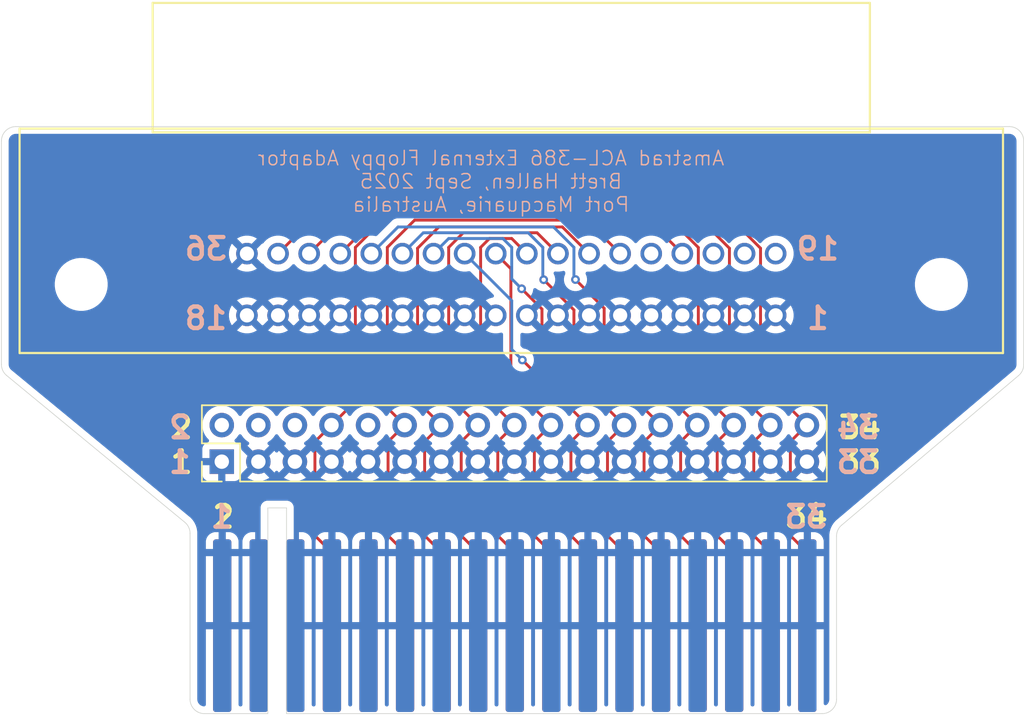
<source format=kicad_pcb>
(kicad_pcb (version 20241229) (generator "pcbnew") (generator_version "9.0")
  (layers (0 "F.Cu" signal) (2 "B.Cu" signal) (13 "F.Paste" user) (15 "B.Paste" user) (5 "F.SilkS" user "F.Silkscreen") (7 "B.SilkS" user "B.Silkscreen") (1 "F.Mask" user) (3 "B.Mask" user) (25 "Edge.Cuts" user))
  (net 0 "")
  (net 1 "GND")
  (net 2 "~{WGATE}")
  (net 3 "~{DR1}")
  (net 4 "~{RDATA}")
  (net 5 "DIR")
  (net 6 "~{WDATA}")
  (net 8 "~{WRTPRT}")
  (net 9 "~{TRK0}")
  (net 10 "~{MTR1}")
  (net 11 "HDSEL")
  (net 12 "~{STEP}")
  (net 13 "~{DR0}")
  (net 14 "~{INDEX}")
  (net 15 "DSKCHG{slash}RG")
  (footprint "Clueless_Engineer:112-036-113R001_Centronics_36way" (layer "F.Cu") (at 133.411235 87.268335)
    (property "Reference" "J1" (hide yes))
    (property "Value" "External Floppy" (hide yes))
    (fp_line (start -34.1503 -0.127) (end -34.1503 15.4686) (stroke (width 0.1524)) (layer "F.SilkS"))
    (fp_line (start -34.1503 15.4686) (end 34.1503 15.4686) (stroke (width 0.1524)) (layer "F.SilkS"))
    (fp_line (start -24.9047 -8.8646) (end -24.9047 0.127) (stroke (width 0.1524)) (layer "F.SilkS"))
    (fp_line (start -24.9047 0.127) (end 24.9047 0.127) (stroke (width 0.1524)) (layer "F.SilkS"))
    (fp_line (start 24.9047 -8.8646) (end -24.9047 -8.8646) (stroke (width 0.1524)) (layer "F.SilkS"))
    (fp_line (start 24.9047 0.127) (end 24.9047 -8.8646) (stroke (width 0.1524)) (layer "F.SilkS"))
    (fp_line (start 34.1503 -0.127) (end -34.1503 -0.127) (stroke (width 0.1524)) (layer "F.SilkS"))
    (fp_line (start 34.1503 15.4686) (end 34.1503 -0.127) (stroke (width 0.1524)) (layer "F.SilkS"))
    (pad "" np_thru_hole circle (at -29.870006 10.700001) (size 3.175 3.175) (drill 3.175) (layers "*.Cu" "*.Mask"))
    (pad "" np_thru_hole circle (at 29.870006 10.700001) (size 3.175 3.175) (drill 3.175) (layers "*.Cu" "*.Mask"))
    (pad "1" thru_hole circle (at 18.359999 12.85) (size 1.4986 1.4986) (drill 0.9906) (layers "*.Cu" "*.Mask") (net 1 "GND"))
    (pad "2" thru_hole circle (at 16.199998 12.85) (size 1.4986 1.4986) (drill 0.9906) (layers "*.Cu" "*.Mask") (net 1 "GND"))
    (pad "3" thru_hole circle (at 14.04 12.85) (size 1.4986 1.4986) (drill 0.9906) (layers "*.Cu" "*.Mask") (net 1 "GND"))
    (pad "4" thru_hole circle (at 11.879999 12.85) (size 1.4986 1.4986) (drill 0.9906) (layers "*.Cu" "*.Mask") (net 1 "GND"))
    (pad "5" thru_hole circle (at 9.719998 12.85) (size 1.4986 1.4986) (drill 0.9906) (layers "*.Cu" "*.Mask") (net 1 "GND"))
    (pad "6" thru_hole circle (at 7.56 12.85) (size 1.4986 1.4986) (drill 0.9906) (layers "*.Cu" "*.Mask") (net 1 "GND"))
    (pad "7" thru_hole circle (at 5.399999 12.85) (size 1.4986 1.4986) (drill 0.9906) (layers "*.Cu" "*.Mask") (net 1 "GND"))
    (pad "8" thru_hole circle (at 3.239999 12.85) (size 1.4986 1.4986) (drill 0.9906) (layers "*.Cu" "*.Mask") (net 1 "GND"))
    (pad "9" thru_hole circle (at 1.08 12.85) (size 1.4986 1.4986) (drill 0.9906) (layers "*.Cu" "*.Mask") (net 1 "GND"))
    (pad "10" thru_hole circle (at -1.08 12.85) (size 1.4986 1.4986) (drill 0.9906) (layers "*.Cu" "*.Mask") (net 1 "GND"))
    (pad "11" thru_hole circle (at -3.240001 12.85) (size 1.4986 1.4986) (drill 0.9906) (layers "*.Cu" "*.Mask") (net 1 "GND"))
    (pad "12" thru_hole circle (at -5.399999 12.85) (size 1.4986 1.4986) (drill 0.9906) (layers "*.Cu" "*.Mask") (net 1 "GND"))
    (pad "13" thru_hole circle (at -7.56 12.85) (size 1.4986 1.4986) (drill 0.9906) (layers "*.Cu" "*.Mask") (net 1 "GND"))
    (pad "14" thru_hole circle (at -9.720001 12.85) (size 1.4986 1.4986) (drill 0.9906) (layers "*.Cu" "*.Mask") (net 1 "GND"))
    (pad "15" thru_hole circle (at -11.880002 12.85) (size 1.4986 1.4986) (drill 0.9906) (layers "*.Cu" "*.Mask") (net 1 "GND"))
    (pad "16" thru_hole circle (at -14.04 12.85) (size 1.4986 1.4986) (drill 0.9906) (layers "*.Cu" "*.Mask") (net 1 "GND"))
    (pad "17" thru_hole circle (at -16.200001 12.85) (size 1.4986 1.4986) (drill 0.9906) (layers "*.Cu" "*.Mask") (net 1 "GND"))
    (pad "18" thru_hole circle (at -18.360001 12.85) (size 1.4986 1.4986) (drill 0.9906) (layers "*.Cu" "*.Mask") (net 1 "GND"))
    (pad "19" thru_hole circle (at 18.359999 8.560001) (size 1.4986 1.4986) (drill 0.9906) (layers "*.Cu" "*.Mask"))
    (pad "20" thru_hole circle (at 16.199998 8.560001) (size 1.4986 1.4986) (drill 0.9906) (layers "*.Cu" "*.Mask"))
    (pad "21" thru_hole circle (at 14.04 8.560001) (size 1.4986 1.4986) (drill 0.9906) (layers "*.Cu" "*.Mask"))
    (pad "22" thru_hole circle (at 11.879999 8.560001) (size 1.4986 1.4986) (drill 0.9906) (layers "*.Cu" "*.Mask") (net 14 "~{INDEX}"))
    (pad "23" thru_hole circle (at 9.719998 8.560001) (size 1.4986 1.4986) (drill 0.9906) (layers "*.Cu" "*.Mask"))
    (pad "24" thru_hole circle (at 7.56 8.560001) (size 1.4986 1.4986) (drill 0.9906) (layers "*.Cu" "*.Mask") (net 3 "~{DR1}"))
    (pad "25" thru_hole circle (at 5.399999 8.560001) (size 1.4986 1.4986) (drill 0.9906) (layers "*.Cu" "*.Mask") (net 13 "~{DR0}"))
    (pad "26" thru_hole circle (at 3.239999 8.560001) (size 1.4986 1.4986) (drill 0.9906) (layers "*.Cu" "*.Mask") (net 10 "~{MTR1}"))
    (pad "27" thru_hole circle (at 1.08 8.560001) (size 1.4986 1.4986) (drill 0.9906) (layers "*.Cu" "*.Mask") (net 5 "DIR"))
    (pad "28" thru_hole circle (at -1.08 8.560001) (size 1.4986 1.4986) (drill 0.9906) (layers "*.Cu" "*.Mask") (net 12 "~{STEP}"))
    (pad "29" thru_hole circle (at -3.240001 8.560001) (size 1.4986 1.4986) (drill 0.9906) (layers "*.Cu" "*.Mask") (net 6 "~{WDATA}"))
    (pad "30" thru_hole circle (at -5.399999 8.560001) (size 1.4986 1.4986) (drill 0.9906) (layers "*.Cu" "*.Mask") (net 2 "~{WGATE}"))
    (pad "31" thru_hole circle (at -7.56 8.560001) (size 1.4986 1.4986) (drill 0.9906) (layers "*.Cu" "*.Mask") (net 9 "~{TRK0}"))
    (pad "32" thru_hole circle (at -9.720001 8.560001) (size 1.4986 1.4986) (drill 0.9906) (layers "*.Cu" "*.Mask") (net 8 "~{WRTPRT}"))
    (pad "33" thru_hole circle (at -11.880002 8.560001) (size 1.4986 1.4986) (drill 0.9906) (layers "*.Cu" "*.Mask") (net 4 "~{RDATA}"))
    (pad "34" thru_hole circle (at -14.04 8.560001) (size 1.4986 1.4986) (drill 0.9906) (layers "*.Cu" "*.Mask") (net 11 "HDSEL"))
    (pad "35" thru_hole circle (at -16.200001 8.560001) (size 1.4986 1.4986) (drill 0.9906) (layers "*.Cu" "*.Mask") (net 15 "DSKCHG{slash}RG"))
    (pad "36" thru_hole circle (at -18.360001 8.560001) (size 1.4986 1.4986) (drill 0.9906) (layers "*.Cu" "*.Mask") (net 1 "GND"))
  )
  (footprint "Clueless_Engineer:5.25_ Floppy Edge Connector" (layer "F.Cu") (at 153.97335 126.76665 180)
    (property "Reference" "J4" (hide yes))
    (property "Value" "5.25\" Floppy" (hide yes))
    (pad "1" connect roundrect (at 40.64 5.08 270) (size 12 1.27) (layers "B.Cu" "B.Mask") (roundrect_rratio 0.15) (net 1 "GND"))
    (pad "1" connect roundrect (at 40.64 10.16 180) (size 1.27 1.27) (layers "B.Cu" "B.Mask") (roundrect_rratio 0.15) (net 1 "GND"))
    (pad "2" connect roundrect (at 40.64 5.08 90) (size 12 1.27) (layers "F.Cu" "F.Mask") (roundrect_rratio 0.15))
    (pad "2" connect roundrect (at 40.64 10.16 180) (size 1.27 1.27) (layers "F.Cu" "F.Mask") (roundrect_rratio 0.15))
    (pad "3" connect roundrect (at 38.1 5.08 270) (size 12 1.27) (layers "B.Cu" "B.Mask") (roundrect_rratio 0.15) (net 1 "GND"))
    (pad "3" connect roundrect (at 38.1 10.16 180) (size 1.27 1.27) (layers "B.Cu" "B.Mask") (roundrect_rratio 0.15) (net 1 "GND"))
    (pad "4" connect roundrect (at 38.1 5.08 90) (size 12 1.27) (layers "F.Cu" "F.Mask") (roundrect_rratio 0.15))
    (pad "4" connect roundrect (at 38.1 10.16 180) (size 1.27 1.27) (layers "F.Cu" "F.Mask") (roundrect_rratio 0.15))
    (pad "5" connect roundrect (at 35.56 5.08 270) (size 12 1.27) (layers "B.Cu" "B.Mask") (roundrect_rratio 0.15) (net 1 "GND"))
    (pad "5" connect roundrect (at 35.56 10.16 180) (size 1.27 1.27) (layers "B.Cu" "B.Mask") (roundrect_rratio 0.15) (net 1 "GND"))
    (pad "6" connect roundrect (at 35.56 5.08 90) (size 12 1.27) (layers "F.Cu" "F.Mask") (roundrect_rratio 0.15))
    (pad "6" connect roundrect (at 35.56 10.16 180) (size 1.27 1.27) (layers "F.Cu" "F.Mask") (roundrect_rratio 0.15))
    (pad "7" connect roundrect (at 33.02 5.08 270) (size 12 1.27) (layers "B.Cu" "B.Mask") (roundrect_rratio 0.15) (net 1 "GND"))
    (pad "7" connect roundrect (at 33.02 10.16 180) (size 1.27 1.27) (layers "B.Cu" "B.Mask") (roundrect_rratio 0.15) (net 1 "GND"))
    (pad "8" connect roundrect (at 33.02 5.08 90) (size 12 1.27) (layers "F.Cu" "F.Mask") (roundrect_rratio 0.15) (net 14 "~{INDEX}"))
    (pad "8" connect roundrect (at 33.02 10.16 180) (size 1.27 1.27) (layers "F.Cu" "F.Mask") (roundrect_rratio 0.15) (net 14 "~{INDEX}"))
    (pad "9" connect roundrect (at 30.48 5.08 270) (size 12 1.27) (layers "B.Cu" "B.Mask") (roundrect_rratio 0.15) (net 1 "GND"))
    (pad "9" connect roundrect (at 30.48 10.16 180) (size 1.27 1.27) (layers "B.Cu" "B.Mask") (roundrect_rratio 0.15) (net 1 "GND"))
    (pad "10" connect roundrect (at 30.48 5.08 90) (size 12 1.27) (layers "F.Cu" "F.Mask") (roundrect_rratio 0.15))
    (pad "10" connect roundrect (at 30.48 10.16 180) (size 1.27 1.27) (layers "F.Cu" "F.Mask") (roundrect_rratio 0.15))
    (pad "11" connect roundrect (at 27.94 5.08 270) (size 12 1.27) (layers "B.Cu" "B.Mask") (roundrect_rratio 0.15) (net 1 "GND"))
    (pad "11" connect roundrect (at 27.94 10.16 180) (size 1.27 1.27) (layers "B.Cu" "B.Mask") (roundrect_rratio 0.15) (net 1 "GND"))
    (pad "12" connect roundrect (at 27.94 5.08 90) (size 12 1.27) (layers "F.Cu" "F.Mask") (roundrect_rratio 0.15) (net 3 "~{DR1}"))
    (pad "12" connect roundrect (at 27.94 10.16 180) (size 1.27 1.27) (layers "F.Cu" "F.Mask") (roundrect_rratio 0.15) (net 3 "~{DR1}"))
    (pad "13" connect roundrect (at 25.4 5.08 270) (size 12 1.27) (layers "B.Cu" "B.Mask") (roundrect_rratio 0.15) (net 1 "GND"))
    (pad "13" connect roundrect (at 25.4 10.16 180) (size 1.27 1.27) (layers "B.Cu" "B.Mask") (roundrect_rratio 0.15) (net 1 "GND"))
    (pad "14" connect roundrect (at 25.4 5.08 90) (size 12 1.27) (layers "F.Cu" "F.Mask") (roundrect_rratio 0.15) (net 13 "~{DR0}"))
    (pad "14" connect roundrect (at 25.4 10.16 180) (size 1.27 1.27) (layers "F.Cu" "F.Mask") (roundrect_rratio 0.15) (net 13 "~{DR0}"))
    (pad "15" connect roundrect (at 22.86 5.08 270) (size 12 1.27) (layers "B.Cu" "B.Mask") (roundrect_rratio 0.15) (net 1 "GND"))
    (pad "15" connect roundrect (at 22.86 10.16 180) (size 1.27 1.27) (layers "B.Cu" "B.Mask") (roundrect_rratio 0.15) (net 1 "GND"))
    (pad "16" connect roundrect (at 22.86 5.08 90) (size 12 1.27) (layers "F.Cu" "F.Mask") (roundrect_rratio 0.15) (net 10 "~{MTR1}"))
    (pad "16" connect roundrect (at 22.86 10.16 180) (size 1.27 1.27) (layers "F.Cu" "F.Mask") (roundrect_rratio 0.15) (net 10 "~{MTR1}"))
    (pad "17" connect roundrect (at 20.32 5.08 270) (size 12 1.27) (layers "B.Cu" "B.Mask") (roundrect_rratio 0.15) (net 1 "GND"))
    (pad "17" connect roundrect (at 20.32 10.16 180) (size 1.27 1.27) (layers "B.Cu" "B.Mask") (roundrect_rratio 0.15) (net 1 "GND"))
    (pad "18" connect roundrect (at 20.32 5.08 90) (size 12 1.27) (layers "F.Cu" "F.Mask") (roundrect_rratio 0.15) (net 5 "DIR"))
    (pad "18" connect roundrect (at 20.32 10.16 180) (size 1.27 1.27) (layers "F.Cu" "F.Mask") (roundrect_rratio 0.15) (net 5 "DIR"))
    (pad "19" connect roundrect (at 17.78 5.08 270) (size 12 1.27) (layers "B.Cu" "B.Mask") (roundrect_rratio 0.15) (net 1 "GND"))
    (pad "19" connect roundrect (at 17.78 10.16 180) (size 1.27 1.27) (layers "B.Cu" "B.Mask") (roundrect_rratio 0.15) (net 1 "GND"))
    (pad "20" connect roundrect (at 17.78 5.08 90) (size 12 1.27) (layers "F.Cu" "F.Mask") (roundrect_rratio 0.15) (net 12 "~{STEP}"))
    (pad "20" connect roundrect (at 17.78 10.16 180) (size 1.27 1.27) (layers "F.Cu" "F.Mask") (roundrect_rratio 0.15) (net 12 "~{STEP}"))
    (pad "21" connect roundrect (at 15.24 5.08 270) (size 12 1.27) (layers "B.Cu" "B.Mask") (roundrect_rratio 0.15) (net 1 "GND"))
    (pad "21" connect roundrect (at 15.24 10.16 180) (size 1.27 1.27) (layers "B.Cu" "B.Mask") (roundrect_rratio 0.15) (net 1 "GND"))
    (pad "22" connect roundrect (at 15.24 5.08 90) (size 12 1.27) (layers "F.Cu" "F.Mask") (roundrect_rratio 0.15) (net 6 "~{WDATA}"))
    (pad "22" connect roundrect (at 15.24 10.16 180) (size 1.27 1.27) (layers "F.Cu" "F.Mask") (roundrect_rratio 0.15) (net 6 "~{WDATA}"))
    (pad "23" connect roundrect (at 12.7 5.08 270) (size 12 1.27) (layers "B.Cu" "B.Mask") (roundrect_rratio 0.15) (net 1 "GND"))
    (pad "23" connect roundrect (at 12.7 10.16 180) (size 1.27 1.27) (layers "B.Cu" "B.Mask") (roundrect_rratio 0.15) (net 1 "GND"))
    (pad "24" connect roundrect (at 12.7 5.08 90) (size 12 1.27) (layers "F.Cu" "F.Mask") (roundrect_rratio 0.15) (net 2 "~{WGATE}"))
    (pad "24" connect roundrect (at 12.7 10.16 180) (size 1.27 1.27) (layers "F.Cu" "F.Mask") (roundrect_rratio 0.15) (net 2 "~{WGATE}"))
    (pad "25" connect roundrect (at 10.16 5.08 270) (size 12 1.27) (layers "B.Cu" "B.Mask") (roundrect_rratio 0.15) (net 1 "GND"))
    (pad "25" connect roundrect (at 10.16 10.16 180) (size 1.27 1.27) (layers "B.Cu" "B.Mask") (roundrect_rratio 0.15) (net 1 "GND"))
    (pad "26" connect roundrect (at 10.16 5.08 90) (size 12 1.27) (layers "F.Cu" "F.Mask") (roundrect_rratio 0.15) (net 9 "~{TRK0}"))
    (pad "26" connect roundrect (at 10.16 10.16 180) (size 1.27 1.27) (layers "F.Cu" "F.Mask") (roundrect_rratio 0.15) (net 9 "~{TRK0}"))
    (pad "27" connect roundrect (at 7.62 5.08 270) (size 12 1.27) (layers "B.Cu" "B.Mask") (roundrect_rratio 0.15) (net 1 "GND"))
    (pad "27" connect roundrect (at 7.62 10.16 180) (size 1.27 1.27) (layers "B.Cu" "B.Mask") (roundrect_rratio 0.15) (net 1 "GND"))
    (pad "28" connect roundrect (at 7.62 5.08 90) (size 12 1.27) (layers "F.Cu" "F.Mask") (roundrect_rratio 0.15) (net 8 "~{WRTPRT}"))
    (pad "28" connect roundrect (at 7.62 10.16 180) (size 1.27 1.27) (layers "F.Cu" "F.Mask") (roundrect_rratio 0.15) (net 8 "~{WRTPRT}"))
    (pad "29" connect roundrect (at 5.08 5.08 270) (size 12 1.27) (layers "B.Cu" "B.Mask") (roundrect_rratio 0.15) (net 1 "GND"))
    (pad "29" connect roundrect (at 5.08 10.16 180) (size 1.27 1.27) (layers "B.Cu" "B.Mask") (roundrect_rratio 0.15) (net 1 "GND"))
    (pad "30" connect roundrect (at 5.08 5.08 90) (size 12 1.27) (layers "F.Cu" "F.Mask") (roundrect_rratio 0.15) (net 4 "~{RDATA}"))
    (pad "30" connect roundrect (at 5.08 10.16 180) (size 1.27 1.27) (layers "F.Cu" "F.Mask") (roundrect_rratio 0.15) (net 4 "~{RDATA}"))
    (pad "31" connect roundrect (at 2.54 5.08 270) (size 12 1.27) (layers "B.Cu" "B.Mask") (roundrect_rratio 0.15) (net 1 "GND"))
    (pad "31" connect roundrect (at 2.54 10.16 180) (size 1.27 1.27) (layers "B.Cu" "B.Mask") (roundrect_rratio 0.15) (net 1 "GND"))
    (pad "32" connect roundrect (at 2.54 5.08 90) (size 12 1.27) (layers "F.Cu" "F.Mask") (roundrect_rratio 0.15) (net 11 "HDSEL"))
    (pad "32" connect roundrect (at 2.54 10.16 180) (size 1.27 1.27) (layers "F.Cu" "F.Mask") (roundrect_rratio 0.15) (net 11 "HDSEL"))
    (pad "33" connect roundrect (at 0 5.08 270) (size 12 1.27) (layers "B.Cu" "B.Mask") (roundrect_rratio 0.15) (net 1 "GND"))
    (pad "33" connect roundrect (at 0 10.16 180) (size 1.27 1.27) (layers "B.Cu" "B.Mask") (roundrect_rratio 0.15) (net 1 "GND"))
    (pad "34" connect roundrect (at 0 5.08 90) (size 12 1.27) (layers "F.Cu" "F.Mask") (roundrect_rratio 0.15) (net 15 "DSKCHG{slash}RG"))
    (pad "34" connect roundrect (at 0 10.16 180) (size 1.27 1.27) (layers "F.Cu" "F.Mask") (roundrect_rratio 0.15) (net 15 "DSKCHG{slash}RG"))
  )
  (footprint "Connector_PinHeader_2.54mm:PinHeader_2x17_P2.54mm_Vertical" (layer "F.Cu") (at 113.30335 110.28665 90)
    (property "Reference" "J3" (hide yes))
    (property "Value" "3.5\" Floppy" (hide yes))
    (fp_line (start 3.92 -1.38) (end 3.92 42.02) (stroke (width 0.12)) (layer "F.SilkS"))
    (fp_line (start 1.27 -1.38) (end 3.92 -1.38) (stroke (width 0.12)) (layer "F.SilkS"))
    (fp_line (start -1.38 -1.38) (end 0 -1.38) (stroke (width 0.12)) (layer "F.SilkS"))
    (fp_line (start -1.38 0) (end -1.38 -1.38) (stroke (width 0.12)) (layer "F.SilkS"))
    (fp_line (start 1.27 1.27) (end 1.27 -1.38) (stroke (width 0.12)) (layer "F.SilkS"))
    (fp_line (start -1.38 1.27) (end 1.27 1.27) (stroke (width 0.12)) (layer "F.SilkS"))
    (fp_line (start -1.38 1.27) (end -1.38 42.02) (stroke (width 0.12)) (layer "F.SilkS"))
    (fp_line (start -1.38 42.02) (end 3.92 42.02) (stroke (width 0.12)) (layer "F.SilkS"))
    (pad "1" thru_hole rect (at 0 0 90) (size 1.7 1.7) (drill 1) (layers "*.Cu" "*.Mask") (net 1 "GND"))
    (pad "2" thru_hole circle (at 2.54 0 90) (size 1.7 1.7) (drill 1) (layers "*.Cu" "*.Mask"))
    (pad "3" thru_hole circle (at 0 2.54 90) (size 1.7 1.7) (drill 1) (layers "*.Cu" "*.Mask") (net 1 "GND"))
    (pad "4" thru_hole circle (at 2.54 2.54 90) (size 1.7 1.7) (drill 1) (layers "*.Cu" "*.Mask"))
    (pad "5" thru_hole circle (at 0 5.08 90) (size 1.7 1.7) (drill 1) (layers "*.Cu" "*.Mask") (net 1 "GND"))
    (pad "6" thru_hole circle (at 2.54 5.08 90) (size 1.7 1.7) (drill 1) (layers "*.Cu" "*.Mask"))
    (pad "7" thru_hole circle (at 0 7.62 90) (size 1.7 1.7) (drill 1) (layers "*.Cu" "*.Mask") (net 1 "GND"))
    (pad "8" thru_hole circle (at 2.54 7.62 90) (size 1.7 1.7) (drill 1) (layers "*.Cu" "*.Mask") (net 14 "~{INDEX}"))
    (pad "9" thru_hole circle (at 0 10.16 90) (size 1.7 1.7) (drill 1) (layers "*.Cu" "*.Mask") (net 1 "GND"))
    (pad "10" thru_hole circle (at 2.54 10.16 90) (size 1.7 1.7) (drill 1) (layers "*.Cu" "*.Mask"))
    (pad "11" thru_hole circle (at 0 12.7 90) (size 1.7 1.7) (drill 1) (layers "*.Cu" "*.Mask") (net 1 "GND"))
    (pad "12" thru_hole circle (at 2.54 12.7 90) (size 1.7 1.7) (drill 1) (layers "*.Cu" "*.Mask") (net 3 "~{DR1}"))
    (pad "13" thru_hole circle (at 0 15.24 90) (size 1.7 1.7) (drill 1) (layers "*.Cu" "*.Mask") (net 1 "GND"))
    (pad "14" thru_hole circle (at 2.54 15.24 90) (size 1.7 1.7) (drill 1) (layers "*.Cu" "*.Mask") (net 13 "~{DR0}"))
    (pad "15" thru_hole circle (at 0 17.78 90) (size 1.7 1.7) (drill 1) (layers "*.Cu" "*.Mask") (net 1 "GND"))
    (pad "16" thru_hole circle (at 2.54 17.78 90) (size 1.7 1.7) (drill 1) (layers "*.Cu" "*.Mask") (net 10 "~{MTR1}"))
    (pad "17" thru_hole circle (at 0 20.32 90) (size 1.7 1.7) (drill 1) (layers "*.Cu" "*.Mask") (net 1 "GND"))
    (pad "18" thru_hole circle (at 2.54 20.32 90) (size 1.7 1.7) (drill 1) (layers "*.Cu" "*.Mask") (net 5 "DIR"))
    (pad "19" thru_hole circle (at 0 22.86 90) (size 1.7 1.7) (drill 1) (layers "*.Cu" "*.Mask") (net 1 "GND"))
    (pad "20" thru_hole circle (at 2.54 22.86 90) (size 1.7 1.7) (drill 1) (layers "*.Cu" "*.Mask") (net 12 "~{STEP}"))
    (pad "21" thru_hole circle (at 0 25.4 90) (size 1.7 1.7) (drill 1) (layers "*.Cu" "*.Mask") (net 1 "GND"))
    (pad "22" thru_hole circle (at 2.54 25.4 90) (size 1.7 1.7) (drill 1) (layers "*.Cu" "*.Mask") (net 6 "~{WDATA}"))
    (pad "23" thru_hole circle (at 0 27.94 90) (size 1.7 1.7) (drill 1) (layers "*.Cu" "*.Mask") (net 1 "GND"))
    (pad "24" thru_hole circle (at 2.54 27.94 90) (size 1.7 1.7) (drill 1) (layers "*.Cu" "*.Mask") (net 2 "~{WGATE}"))
    (pad "25" thru_hole circle (at 0 30.48 90) (size 1.7 1.7) (drill 1) (layers "*.Cu" "*.Mask") (net 1 "GND"))
    (pad "26" thru_hole circle (at 2.54 30.48 90) (size 1.7 1.7) (drill 1) (layers "*.Cu" "*.Mask") (net 9 "~{TRK0}"))
    (pad "27" thru_hole circle (at 0 33.02 90) (size 1.7 1.7) (drill 1) (layers "*.Cu" "*.Mask") (net 1 "GND"))
    (pad "28" thru_hole circle (at 2.54 33.02 90) (size 1.7 1.7) (drill 1) (layers "*.Cu" "*.Mask") (net 8 "~{WRTPRT}"))
    (pad "29" thru_hole circle (at 0 35.56 90) (size 1.7 1.7) (drill 1) (layers "*.Cu" "*.Mask") (net 1 "GND"))
    (pad "30" thru_hole circle (at 2.54 35.56 90) (size 1.7 1.7) (drill 1) (layers "*.Cu" "*.Mask") (net 4 "~{RDATA}"))
    (pad "31" thru_hole circle (at 0 38.1 90) (size 1.7 1.7) (drill 1) (layers "*.Cu" "*.Mask") (net 1 "GND"))
    (pad "32" thru_hole circle (at 2.54 38.1 90) (size 1.7 1.7) (drill 1) (layers "*.Cu" "*.Mask") (net 11 "HDSEL"))
    (pad "33" thru_hole circle (at 0 40.64 90) (size 1.7 1.7) (drill 1) (layers "*.Cu" "*.Mask") (net 1 "GND"))
    (pad "34" thru_hole circle (at 2.54 40.64 90) (size 1.7 1.7) (drill 1) (layers "*.Cu" "*.Mask") (net 15 "DSKCHG{slash}RG"))
  )
  (gr_line (start 116.5 115.7) (end 116.5 113.5) (stroke (width 0.05)) (layer "Edge.Cuts"))
  (gr_arc (start 112.1 127.8) (mid 111.392893 127.507107) (end 111.1 126.8) (stroke (width 0.05)) (layer "Edge.Cuts"))
  (gr_arc (start 168 87) (mid 168.707107 87.292893) (end 169 88) (stroke (width 0.05)) (layer "Edge.Cuts"))
  (gr_line (start 156 115.4638) (end 156 126.8) (stroke (width 0.05)) (layer "Edge.Cuts"))
  (gr_line (start 117.8 115.7) (end 117.8 113.5) (stroke (width 0.05)) (layer "Edge.Cuts"))
  (gr_line (start 98.363879 104.299992) (end 110.736121 114.500008) (stroke (width 0.05)) (layer "Edge.Cuts"))
  (gr_line (start 155 127.8) (end 117.8 127.8) (stroke (width 0.05)) (layer "Edge.Cuts"))
  (gr_line (start 111.1 126.8) (end 111.1 115.2716) (stroke (width 0.05)) (layer "Edge.Cuts"))
  (gr_line (start 99 87) (end 168 87) (stroke (width 0.05)) (layer "Edge.Cuts"))
  (gr_arc (start 169 103.5362) (mid 168.907178 103.956949) (end 168.645943 104.299587) (stroke (width 0.05)) (layer "Edge.Cuts"))
  (gr_arc (start 98.363879 104.299992) (mid 98.095532 103.954947) (end 98 103.5284) (stroke (width 0.05)) (layer "Edge.Cuts"))
  (gr_line (start 116.5 127.8) (end 112.1 127.8) (stroke (width 0.05)) (layer "Edge.Cuts"))
  (gr_arc (start 98 88) (mid 98.292893 87.292893) (end 99 87) (stroke (width 0.05)) (layer "Edge.Cuts"))
  (gr_arc (start 110.736121 114.500008) (mid 111.004468 114.845053) (end 111.1 115.2716) (stroke (width 0.05)) (layer "Edge.Cuts"))
  (gr_line (start 168.645943 104.299587) (end 156.354057 114.700413) (stroke (width 0.05)) (layer "Edge.Cuts"))
  (gr_line (start 116.5 113.5) (end 117.8 113.5) (stroke (width 0.05)) (layer "Edge.Cuts"))
  (gr_line (start 116.5 127.8) (end 116.5 115.7) (stroke (width 0.05)) (layer "Edge.Cuts"))
  (gr_arc (start 156 126.8) (mid 155.707107 127.507107) (end 155 127.8) (stroke (width 0.05)) (layer "Edge.Cuts"))
  (gr_line (start 98 88) (end 98 103.5284) (stroke (width 0.05)) (layer "Edge.Cuts"))
  (gr_line (start 169 88) (end 169 103.5362) (stroke (width 0.05)) (layer "Edge.Cuts"))
  (gr_arc (start 156 115.4638) (mid 156.092822 115.043051) (end 156.354057 114.700413) (stroke (width 0.05)) (layer "Edge.Cuts"))
  (gr_line (start 117.8 115.7) (end 117.8 127.8) (stroke (width 0.05)) (layer "Edge.Cuts"))
  (gr_text "2" (at 112.5 115 0) (layer "F.SilkS") (effects (font (size 1.5 1.5) (thickness 0.3) (bold yes)) (justify left bottom)))
  (gr_text "34" (at 152.3 115 0) (layer "F.SilkS") (effects (font (size 1.5 1.5) (thickness 0.3) (bold yes)) (justify left bottom)))
  (gr_text "34\n33" (at 156 111.2 0) (layer "F.SilkS") (effects (font (size 1.5 1.5) (thickness 0.3) (bold yes)) (justify left bottom)))
  (gr_text "2\n1" (at 109.6 111.2 0) (layer "F.SilkS") (effects (font (size 1.5 1.5) (thickness 0.3) (bold yes)) (justify left bottom)))
  (gr_text "19\n\n1" (at 154.7 101.2 0) (layer "B.SilkS") (effects (font (size 1.5 1.5) (thickness 0.3) (bold yes)) (justify bottom mirror)))
  (gr_text "34\n33" (at 159.1 111.2 0) (layer "B.SilkS") (effects (font (size 1.5 1.5) (thickness 0.3) (bold yes)) (justify left bottom mirror)))
  (gr_text "36\n\n18" (at 112.2 101.2 0) (layer "B.SilkS") (effects (font (size 1.5 1.5) (thickness 0.3) (bold yes)) (justify bottom mirror)))
  (gr_text "33" (at 155.5 115 0) (layer "B.SilkS") (effects (font (size 1.5 1.5) (thickness 0.3) (bold yes)) (justify left bottom mirror)))
  (gr_text "2\n1" (at 111.3 111.2 0) (layer "B.SilkS") (effects (font (size 1.5 1.5) (thickness 0.3) (bold yes)) (justify left bottom mirror)))
  (gr_text "1" (at 114.2 115 0) (layer "B.SilkS") (effects (font (size 1.5 1.5) (thickness 0.3) (bold yes)) (justify left bottom mirror)))
  (gr_text "Amstrad ACL-386 External Floppy Adaptor\nBrett Hallen, Sept 2025\nPort Macquarie, Australia" (at 132 93 0) (layer "B.SilkS") (effects (font (size 1 1) (thickness 0.1)) (justify bottom mirror)))
  (segment (start 140.09235 108.89765) (end 140.09235 115.42565) (width 0.2) (layer "F.Cu") (net 2))
  (segment (start 135.541535 99.683287) (end 135.541535 102.044835) (width 0.2) (layer "F.Cu") (net 2))
  (segment (start 134.129124 98.270876) (end 135.541535 99.683287) (width 0.2) (layer "F.Cu") (net 2))
  (segment (start 140.09235 115.42565) (end 141.27335 116.60665) (width 0.2) (layer "F.Cu") (net 2))
  (segment (start 141.24335 107.74665) (end 140.09235 108.89765) (width 0.2) (layer "F.Cu") (net 2))
  (segment (start 135.541535 102.044835) (end 141.24335 107.74665) (width 0.2) (layer "F.Cu") (net 2))
  (via (at 134.129124 98.270876) (size 0.6) (drill 0.3) (layers "F.Cu" "B.Cu") (net 2))
  (segment (start 133.440935 95.393287) (end 133.440935 97.582686) (width 0.2) (layer "B.Cu") (net 2))
  (segment (start 129.061536 94.778036) (end 132.825684 94.778036) (width 0.2) (layer "B.Cu") (net 2))
  (segment (start 132.825684 94.778036) (end 133.440935 95.393287) (width 0.2) (layer "B.Cu") (net 2))
  (segment (start 128.011236 95.828336) (end 129.061536 94.778036) (width 0.2) (layer "B.Cu") (net 2))
  (segment (start 133.440935 97.582686) (end 134.129124 98.270876) (width 0.2) (layer "B.Cu") (net 2))
  (segment (start 124.800935 95.393287) (end 124.800935 106.544235) (width 0.2) (layer "F.Cu") (net 3))
  (segment (start 126.694222 93.5) (end 124.800935 95.393287) (width 0.2) (layer "F.Cu") (net 3))
  (segment (start 126.00335 107.74665) (end 124.85235 108.89765) (width 0.2) (layer "F.Cu") (net 3))
  (segment (start 124.85235 115.42565) (end 126.03335 116.60665) (width 0.2) (layer "F.Cu") (net 3))
  (segment (start 138.642899 93.5) (end 126.694222 93.5) (width 0.2) (layer "F.Cu") (net 3))
  (segment (start 124.85235 108.89765) (end 124.85235 115.42565) (width 0.2) (layer "F.Cu") (net 3))
  (segment (start 140.971235 95.828336) (end 138.642899 93.5) (width 0.2) (layer "F.Cu") (net 3))
  (segment (start 124.800935 106.544235) (end 126.00335 107.74665) (width 0.2) (layer "F.Cu") (net 3))
  (segment (start 146.400935 105.284235) (end 148.86335 107.74665) (width 0.2) (layer "F.Cu") (net 4))
  (segment (start 147.71235 108.89765) (end 147.71235 115.42565) (width 0.2) (layer "F.Cu") (net 4))
  (segment (start 121.531233 95.828336) (end 124.760569 92.599) (width 0.2) (layer "F.Cu") (net 4))
  (segment (start 143.599 92.599) (end 146.400935 95.400935) (width 0.2) (layer "F.Cu") (net 4))
  (segment (start 148.86335 107.74665) (end 147.71235 108.89765) (width 0.2) (layer "F.Cu") (net 4))
  (segment (start 147.71235 115.42565) (end 148.89335 116.60665) (width 0.2) (layer "F.Cu") (net 4))
  (segment (start 124.760569 92.599) (end 143.599 92.599) (width 0.2) (layer "F.Cu") (net 4))
  (segment (start 146.400935 95.400935) (end 146.400935 105.284235) (width 0.2) (layer "F.Cu") (net 4))
  (segment (start 134.491235 95.828336) (end 133.440935 94.778036) (width 0.2) (layer "F.Cu") (net 5))
  (segment (start 132.47235 115.42565) (end 133.65335 116.60665) (width 0.2) (layer "F.Cu") (net 5))
  (segment (start 133.62335 107.74665) (end 132.47235 108.89765) (width 0.2) (layer "F.Cu") (net 5))
  (segment (start 131.280935 95.393287) (end 131.280935 105.404235) (width 0.2) (layer "F.Cu") (net 5))
  (segment (start 132.47235 108.89765) (end 132.47235 115.42565) (width 0.2) (layer "F.Cu") (net 5))
  (segment (start 133.440935 94.778036) (end 131.896186 94.778036) (width 0.2) (layer "F.Cu") (net 5))
  (segment (start 131.896186 94.778036) (end 131.280935 95.393287) (width 0.2) (layer "F.Cu") (net 5))
  (segment (start 131.280935 105.404235) (end 133.62335 107.74665) (width 0.2) (layer "F.Cu") (net 5))
  (segment (start 134.17835 103.22165) (end 138.70335 107.74665) (width 0.2) (layer "F.Cu") (net 6))
  (segment (start 137.55235 108.89765) (end 137.55235 115.42565) (width 0.2) (layer "F.Cu") (net 6))
  (segment (start 138.70335 107.74665) (end 137.55235 108.89765) (width 0.2) (layer "F.Cu") (net 6))
  (segment (start 137.55235 115.42565) (end 138.73335 116.60665) (width 0.2) (layer "F.Cu") (net 6))
  (via (at 134.17835 103.22165) (size 0.6) (drill 0.3) (layers "F.Cu" "B.Cu") (net 6))
  (segment (start 133.440935 99.098037) (end 133.440935 102.484235) (width 0.2) (layer "B.Cu") (net 6))
  (segment (start 133.440935 102.484235) (end 134.17835 103.22165) (width 0.2) (layer "B.Cu") (net 6))
  (segment (start 130.171234 95.828336) (end 133.440935 99.098037) (width 0.2) (layer "B.Cu") (net 6))
  (segment (start 137.868824 97.631176) (end 139.861534 99.623886) (width 0.2) (layer "F.Cu") (net 8))
  (segment (start 139.861534 99.623886) (end 139.861534 101.284834) (width 0.2) (layer "F.Cu") (net 8))
  (segment (start 139.861534 101.284834) (end 146.32335 107.74665) (width 0.2) (layer "F.Cu") (net 8))
  (segment (start 145.17235 108.89765) (end 145.17235 115.42565) (width 0.2) (layer "F.Cu") (net 8))
  (segment (start 146.32335 107.74665) (end 145.17235 108.89765) (width 0.2) (layer "F.Cu") (net 8))
  (segment (start 145.17235 115.42565) (end 146.35335 116.60665) (width 0.2) (layer "F.Cu") (net 8))
  (via (at 137.868824 97.631176) (size 0.6) (drill 0.3) (layers "F.Cu" "B.Cu") (net 8))
  (segment (start 123.691234 95.828336) (end 125.543534 93.976036) (width 0.2) (layer "B.Cu") (net 8))
  (segment (start 136.343683 93.976036) (end 137.760934 95.393287) (width 0.2) (layer "B.Cu") (net 8))
  (segment (start 137.760934 95.393287) (end 137.760934 97.523285) (width 0.2) (layer "B.Cu") (net 8))
  (segment (start 137.760934 97.523285) (end 137.868824 97.631176) (width 0.2) (layer "B.Cu") (net 8))
  (segment (start 125.543534 93.976036) (end 136.343683 93.976036) (width 0.2) (layer "B.Cu") (net 8))
  (segment (start 137.760934 101.724234) (end 143.78335 107.74665) (width 0.2) (layer "F.Cu") (net 9))
  (segment (start 135.659124 97.640876) (end 137.760934 99.742686) (width 0.2) (layer "F.Cu") (net 9))
  (segment (start 142.63235 115.42565) (end 143.81335 116.60665) (width 0.2) (layer "F.Cu") (net 9))
  (segment (start 142.63235 108.89765) (end 142.63235 115.42565) (width 0.2) (layer "F.Cu") (net 9))
  (segment (start 137.760934 99.742686) (end 137.760934 101.724234) (width 0.2) (layer "F.Cu") (net 9))
  (segment (start 143.78335 107.74665) (end 142.63235 108.89765) (width 0.2) (layer "F.Cu") (net 9))
  (via (at 135.659124 97.640876) (size 0.6) (drill 0.3) (layers "F.Cu" "B.Cu") (net 9))
  (segment (start 135.600934 97.582686) (end 135.659124 97.640876) (width 0.2) (layer "B.Cu") (net 9))
  (segment (start 127.302535 94.377036) (end 134.584683 94.377036) (width 0.2) (layer "B.Cu") (net 9))
  (segment (start 125.851235 95.828336) (end 127.302535 94.377036) (width 0.2) (layer "B.Cu") (net 9))
  (segment (start 135.600934 95.393287) (end 135.600934 97.582686) (width 0.2) (layer "B.Cu") (net 9))
  (segment (start 134.584683 94.377036) (end 135.600934 95.393287) (width 0.2) (layer "B.Cu") (net 9))
  (segment (start 131.08335 107.74665) (end 129.93235 108.89765) (width 0.2) (layer "F.Cu") (net 10))
  (segment (start 136.651234 95.828336) (end 135.199934 94.377036) (width 0.2) (layer "F.Cu") (net 10))
  (segment (start 130.077787 94.377036) (end 129.061536 95.393287) (width 0.2) (layer "F.Cu") (net 10))
  (segment (start 129.93235 115.42565) (end 131.11335 116.60665) (width 0.2) (layer "F.Cu") (net 10))
  (segment (start 129.061536 95.393287) (end 129.061536 105.724836) (width 0.2) (layer "F.Cu") (net 10))
  (segment (start 135.199934 94.377036) (end 130.077787 94.377036) (width 0.2) (layer "F.Cu") (net 10))
  (segment (start 129.061536 105.724836) (end 131.08335 107.74665) (width 0.2) (layer "F.Cu") (net 10))
  (segment (start 129.93235 108.89765) (end 129.93235 115.42565) (width 0.2) (layer "F.Cu") (net 10))
  (segment (start 148.560933 95.452685) (end 148.560933 104.904233) (width 0.2) (layer "F.Cu") (net 11))
  (segment (start 150.25235 115.42565) (end 151.43335 116.60665) (width 0.2) (layer "F.Cu") (net 11))
  (segment (start 151.40335 107.74665) (end 150.25235 108.89765) (width 0.2) (layer "F.Cu") (net 11))
  (segment (start 148.560933 104.904233) (end 151.40335 107.74665) (width 0.2) (layer "F.Cu") (net 11))
  (segment (start 145.306248 92.198) (end 148.560933 95.452685) (width 0.2) (layer "F.Cu") (net 11))
  (segment (start 119.371235 95.828336) (end 123.001571 92.198) (width 0.2) (layer "F.Cu") (net 11))
  (segment (start 123.001571 92.198) (end 145.306248 92.198) (width 0.2) (layer "F.Cu") (net 11))
  (segment (start 150.25235 108.89765) (end 150.25235 115.42565) (width 0.2) (layer "F.Cu") (net 11))
  (segment (start 133.381535 96.878636) (end 133.381535 104.964835) (width 0.2) (layer "F.Cu") (net 12))
  (segment (start 135.01235 115.42565) (end 136.19335 116.60665) (width 0.2) (layer "F.Cu") (net 12))
  (segment (start 133.381535 104.964835) (end 136.16335 107.74665) (width 0.2) (layer "F.Cu") (net 12))
  (segment (start 135.01235 108.89765) (end 135.01235 115.42565) (width 0.2) (layer "F.Cu") (net 12))
  (segment (start 132.331235 95.828336) (end 133.381535 96.878636) (width 0.2) (layer "F.Cu") (net 12))
  (segment (start 136.16335 107.74665) (end 135.01235 108.89765) (width 0.2) (layer "F.Cu") (net 12))
  (segment (start 128.378187 93.976036) (end 126.901535 95.452688) (width 0.2) (layer "F.Cu") (net 13))
  (segment (start 126.901535 106.104835) (end 128.54335 107.74665) (width 0.2) (layer "F.Cu") (net 13))
  (segment (start 128.54335 107.74665) (end 127.39235 108.89765) (width 0.2) (layer "F.Cu") (net 13))
  (segment (start 138.811234 95.828336) (end 136.958934 93.976036) (width 0.2) (layer "F.Cu") (net 13))
  (segment (start 126.901535 95.452688) (end 126.901535 106.104835) (width 0.2) (layer "F.Cu") (net 13))
  (segment (start 127.39235 108.89765) (end 127.39235 115.42565) (width 0.2) (layer "F.Cu") (net 13))
  (segment (start 136.958934 93.976036) (end 128.378187 93.976036) (width 0.2) (layer "F.Cu") (net 13))
  (segment (start 127.39235 115.42565) (end 128.57335 116.60665) (width 0.2) (layer "F.Cu") (net 13))
  (segment (start 124.97482 93) (end 122.581533 95.393287) (width 0.2) (layer "F.Cu") (net 14))
  (segment (start 119.77235 108.89765) (end 119.77235 115.42565) (width 0.2) (layer "F.Cu") (net 14))
  (segment (start 119.77235 115.42565) (end 120.95335 116.60665) (width 0.2) (layer "F.Cu") (net 14))
  (segment (start 145.291234 95.828336) (end 142.462898 93) (width 0.2) (layer "F.Cu") (net 14))
  (segment (start 120.92335 107.74665) (end 119.77235 108.89765) (width 0.2) (layer "F.Cu") (net 14))
  (segment (start 142.462898 93) (end 124.97482 93) (width 0.2) (layer "F.Cu") (net 14))
  (segment (start 122.581533 95.393287) (end 122.581533 106.088467) (width 0.2) (layer "F.Cu") (net 14))
  (segment (start 122.581533 106.088467) (end 120.92335 107.74665) (width 0.2) (layer "F.Cu") (net 14))
  (segment (start 150.720934 95.452688) (end 150.720934 104.524234) (width 0.2) (layer "F.Cu") (net 15))
  (segment (start 147.065246 91.797) (end 150.720934 95.452688) (width 0.2) (layer "F.Cu") (net 15))
  (segment (start 150.720934 104.524234) (end 153.94335 107.74665) (width 0.2) (layer "F.Cu") (net 15))
  (segment (start 121.24257 91.797) (end 147.065246 91.797) (width 0.2) (layer "F.Cu") (net 15))
  (segment (start 117.211234 95.828336) (end 121.24257 91.797) (width 0.2) (layer "F.Cu") (net 15))
  (segment (start 152.79235 115.42565) (end 153.97335 116.60665) (width 0.2) (layer "F.Cu") (net 15))
  (segment (start 152.79235 108.89765) (end 152.79235 115.42565) (width 0.2) (layer "F.Cu") (net 15))
  (segment (start 153.94335 107.74665) (end 152.79235 108.89765) (width 0.2) (layer "F.Cu") (net 15))
  (zone (net 1) (net_name "GND") (layer "B.Cu") (connect_pads (clearance 0.5)) (min_thickness 0.25) (fill yes (thermal_gap 0.5) (thermal_bridge_width 0.5))
    (polygon (pts (xy 169 87) (xy 169 104.1) (xy 156 115.2) (xy 156 127.8) (xy 111.1 127.8) (xy 111.1 115) (xy 98 104) (xy 97.9 87)))
  )
)
</source>
